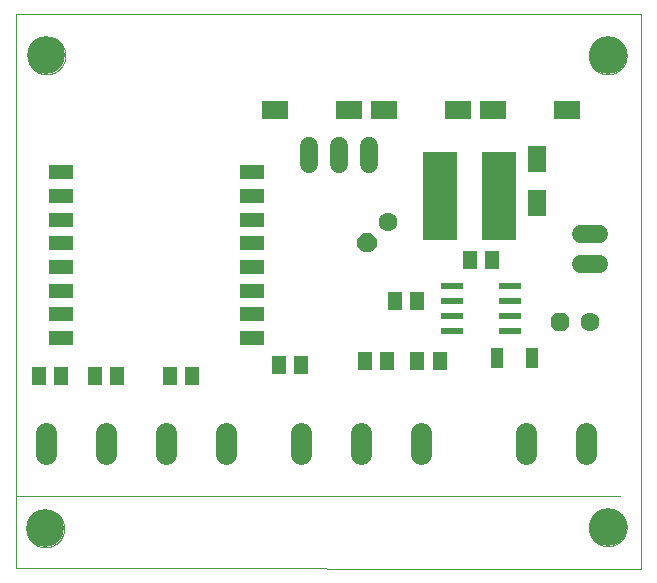
<source format=gts>
G75*
%MOIN*%
%OFA0B0*%
%FSLAX25Y25*%
%IPPOS*%
%LPD*%
%AMOC8*
5,1,8,0,0,1.08239X$1,22.5*
%
%ADD10C,0.00000*%
%ADD11C,0.12598*%
%ADD12C,0.01260*%
%ADD13C,0.06300*%
%ADD14R,0.05118X0.05906*%
%ADD15R,0.04400X0.07100*%
%ADD16R,0.09055X0.06299*%
%ADD17R,0.06400X0.08600*%
%ADD18R,0.07874X0.04724*%
%ADD19R,0.11800X0.29500*%
%ADD20C,0.07050*%
%ADD21R,0.07800X0.02200*%
%ADD22OC8,0.06300*%
%ADD23C,0.06000*%
D10*
X0052477Y0025103D02*
X0261020Y0024709D01*
X0261020Y0209788D01*
X0052477Y0209788D01*
X0052477Y0025103D01*
X0056060Y0038252D02*
X0056062Y0038410D01*
X0056068Y0038568D01*
X0056078Y0038726D01*
X0056092Y0038884D01*
X0056110Y0039041D01*
X0056131Y0039198D01*
X0056157Y0039354D01*
X0056187Y0039510D01*
X0056220Y0039665D01*
X0056258Y0039818D01*
X0056299Y0039971D01*
X0056344Y0040123D01*
X0056393Y0040274D01*
X0056446Y0040423D01*
X0056502Y0040571D01*
X0056562Y0040717D01*
X0056626Y0040862D01*
X0056694Y0041005D01*
X0056765Y0041147D01*
X0056839Y0041287D01*
X0056917Y0041424D01*
X0056999Y0041560D01*
X0057083Y0041694D01*
X0057172Y0041825D01*
X0057263Y0041954D01*
X0057358Y0042081D01*
X0057455Y0042206D01*
X0057556Y0042328D01*
X0057660Y0042447D01*
X0057767Y0042564D01*
X0057877Y0042678D01*
X0057990Y0042789D01*
X0058105Y0042898D01*
X0058223Y0043003D01*
X0058344Y0043105D01*
X0058467Y0043205D01*
X0058593Y0043301D01*
X0058721Y0043394D01*
X0058851Y0043484D01*
X0058984Y0043570D01*
X0059119Y0043654D01*
X0059255Y0043733D01*
X0059394Y0043810D01*
X0059535Y0043882D01*
X0059677Y0043952D01*
X0059821Y0044017D01*
X0059967Y0044079D01*
X0060114Y0044137D01*
X0060263Y0044192D01*
X0060413Y0044243D01*
X0060564Y0044290D01*
X0060716Y0044333D01*
X0060869Y0044372D01*
X0061024Y0044408D01*
X0061179Y0044439D01*
X0061335Y0044467D01*
X0061491Y0044491D01*
X0061648Y0044511D01*
X0061806Y0044527D01*
X0061963Y0044539D01*
X0062122Y0044547D01*
X0062280Y0044551D01*
X0062438Y0044551D01*
X0062596Y0044547D01*
X0062755Y0044539D01*
X0062912Y0044527D01*
X0063070Y0044511D01*
X0063227Y0044491D01*
X0063383Y0044467D01*
X0063539Y0044439D01*
X0063694Y0044408D01*
X0063849Y0044372D01*
X0064002Y0044333D01*
X0064154Y0044290D01*
X0064305Y0044243D01*
X0064455Y0044192D01*
X0064604Y0044137D01*
X0064751Y0044079D01*
X0064897Y0044017D01*
X0065041Y0043952D01*
X0065183Y0043882D01*
X0065324Y0043810D01*
X0065463Y0043733D01*
X0065599Y0043654D01*
X0065734Y0043570D01*
X0065867Y0043484D01*
X0065997Y0043394D01*
X0066125Y0043301D01*
X0066251Y0043205D01*
X0066374Y0043105D01*
X0066495Y0043003D01*
X0066613Y0042898D01*
X0066728Y0042789D01*
X0066841Y0042678D01*
X0066951Y0042564D01*
X0067058Y0042447D01*
X0067162Y0042328D01*
X0067263Y0042206D01*
X0067360Y0042081D01*
X0067455Y0041954D01*
X0067546Y0041825D01*
X0067635Y0041694D01*
X0067719Y0041560D01*
X0067801Y0041424D01*
X0067879Y0041287D01*
X0067953Y0041147D01*
X0068024Y0041005D01*
X0068092Y0040862D01*
X0068156Y0040717D01*
X0068216Y0040571D01*
X0068272Y0040423D01*
X0068325Y0040274D01*
X0068374Y0040123D01*
X0068419Y0039971D01*
X0068460Y0039818D01*
X0068498Y0039665D01*
X0068531Y0039510D01*
X0068561Y0039354D01*
X0068587Y0039198D01*
X0068608Y0039041D01*
X0068626Y0038884D01*
X0068640Y0038726D01*
X0068650Y0038568D01*
X0068656Y0038410D01*
X0068658Y0038252D01*
X0068656Y0038094D01*
X0068650Y0037936D01*
X0068640Y0037778D01*
X0068626Y0037620D01*
X0068608Y0037463D01*
X0068587Y0037306D01*
X0068561Y0037150D01*
X0068531Y0036994D01*
X0068498Y0036839D01*
X0068460Y0036686D01*
X0068419Y0036533D01*
X0068374Y0036381D01*
X0068325Y0036230D01*
X0068272Y0036081D01*
X0068216Y0035933D01*
X0068156Y0035787D01*
X0068092Y0035642D01*
X0068024Y0035499D01*
X0067953Y0035357D01*
X0067879Y0035217D01*
X0067801Y0035080D01*
X0067719Y0034944D01*
X0067635Y0034810D01*
X0067546Y0034679D01*
X0067455Y0034550D01*
X0067360Y0034423D01*
X0067263Y0034298D01*
X0067162Y0034176D01*
X0067058Y0034057D01*
X0066951Y0033940D01*
X0066841Y0033826D01*
X0066728Y0033715D01*
X0066613Y0033606D01*
X0066495Y0033501D01*
X0066374Y0033399D01*
X0066251Y0033299D01*
X0066125Y0033203D01*
X0065997Y0033110D01*
X0065867Y0033020D01*
X0065734Y0032934D01*
X0065599Y0032850D01*
X0065463Y0032771D01*
X0065324Y0032694D01*
X0065183Y0032622D01*
X0065041Y0032552D01*
X0064897Y0032487D01*
X0064751Y0032425D01*
X0064604Y0032367D01*
X0064455Y0032312D01*
X0064305Y0032261D01*
X0064154Y0032214D01*
X0064002Y0032171D01*
X0063849Y0032132D01*
X0063694Y0032096D01*
X0063539Y0032065D01*
X0063383Y0032037D01*
X0063227Y0032013D01*
X0063070Y0031993D01*
X0062912Y0031977D01*
X0062755Y0031965D01*
X0062596Y0031957D01*
X0062438Y0031953D01*
X0062280Y0031953D01*
X0062122Y0031957D01*
X0061963Y0031965D01*
X0061806Y0031977D01*
X0061648Y0031993D01*
X0061491Y0032013D01*
X0061335Y0032037D01*
X0061179Y0032065D01*
X0061024Y0032096D01*
X0060869Y0032132D01*
X0060716Y0032171D01*
X0060564Y0032214D01*
X0060413Y0032261D01*
X0060263Y0032312D01*
X0060114Y0032367D01*
X0059967Y0032425D01*
X0059821Y0032487D01*
X0059677Y0032552D01*
X0059535Y0032622D01*
X0059394Y0032694D01*
X0059255Y0032771D01*
X0059119Y0032850D01*
X0058984Y0032934D01*
X0058851Y0033020D01*
X0058721Y0033110D01*
X0058593Y0033203D01*
X0058467Y0033299D01*
X0058344Y0033399D01*
X0058223Y0033501D01*
X0058105Y0033606D01*
X0057990Y0033715D01*
X0057877Y0033826D01*
X0057767Y0033940D01*
X0057660Y0034057D01*
X0057556Y0034176D01*
X0057455Y0034298D01*
X0057358Y0034423D01*
X0057263Y0034550D01*
X0057172Y0034679D01*
X0057083Y0034810D01*
X0056999Y0034944D01*
X0056917Y0035080D01*
X0056839Y0035217D01*
X0056765Y0035357D01*
X0056694Y0035499D01*
X0056626Y0035642D01*
X0056562Y0035787D01*
X0056502Y0035933D01*
X0056446Y0036081D01*
X0056393Y0036230D01*
X0056344Y0036381D01*
X0056299Y0036533D01*
X0056258Y0036686D01*
X0056220Y0036839D01*
X0056187Y0036994D01*
X0056157Y0037150D01*
X0056131Y0037306D01*
X0056110Y0037463D01*
X0056092Y0037620D01*
X0056078Y0037778D01*
X0056068Y0037936D01*
X0056062Y0038094D01*
X0056060Y0038252D01*
X0052595Y0048951D02*
X0253796Y0048951D01*
X0243540Y0038646D02*
X0243542Y0038804D01*
X0243548Y0038962D01*
X0243558Y0039120D01*
X0243572Y0039278D01*
X0243590Y0039435D01*
X0243611Y0039592D01*
X0243637Y0039748D01*
X0243667Y0039904D01*
X0243700Y0040059D01*
X0243738Y0040212D01*
X0243779Y0040365D01*
X0243824Y0040517D01*
X0243873Y0040668D01*
X0243926Y0040817D01*
X0243982Y0040965D01*
X0244042Y0041111D01*
X0244106Y0041256D01*
X0244174Y0041399D01*
X0244245Y0041541D01*
X0244319Y0041681D01*
X0244397Y0041818D01*
X0244479Y0041954D01*
X0244563Y0042088D01*
X0244652Y0042219D01*
X0244743Y0042348D01*
X0244838Y0042475D01*
X0244935Y0042600D01*
X0245036Y0042722D01*
X0245140Y0042841D01*
X0245247Y0042958D01*
X0245357Y0043072D01*
X0245470Y0043183D01*
X0245585Y0043292D01*
X0245703Y0043397D01*
X0245824Y0043499D01*
X0245947Y0043599D01*
X0246073Y0043695D01*
X0246201Y0043788D01*
X0246331Y0043878D01*
X0246464Y0043964D01*
X0246599Y0044048D01*
X0246735Y0044127D01*
X0246874Y0044204D01*
X0247015Y0044276D01*
X0247157Y0044346D01*
X0247301Y0044411D01*
X0247447Y0044473D01*
X0247594Y0044531D01*
X0247743Y0044586D01*
X0247893Y0044637D01*
X0248044Y0044684D01*
X0248196Y0044727D01*
X0248349Y0044766D01*
X0248504Y0044802D01*
X0248659Y0044833D01*
X0248815Y0044861D01*
X0248971Y0044885D01*
X0249128Y0044905D01*
X0249286Y0044921D01*
X0249443Y0044933D01*
X0249602Y0044941D01*
X0249760Y0044945D01*
X0249918Y0044945D01*
X0250076Y0044941D01*
X0250235Y0044933D01*
X0250392Y0044921D01*
X0250550Y0044905D01*
X0250707Y0044885D01*
X0250863Y0044861D01*
X0251019Y0044833D01*
X0251174Y0044802D01*
X0251329Y0044766D01*
X0251482Y0044727D01*
X0251634Y0044684D01*
X0251785Y0044637D01*
X0251935Y0044586D01*
X0252084Y0044531D01*
X0252231Y0044473D01*
X0252377Y0044411D01*
X0252521Y0044346D01*
X0252663Y0044276D01*
X0252804Y0044204D01*
X0252943Y0044127D01*
X0253079Y0044048D01*
X0253214Y0043964D01*
X0253347Y0043878D01*
X0253477Y0043788D01*
X0253605Y0043695D01*
X0253731Y0043599D01*
X0253854Y0043499D01*
X0253975Y0043397D01*
X0254093Y0043292D01*
X0254208Y0043183D01*
X0254321Y0043072D01*
X0254431Y0042958D01*
X0254538Y0042841D01*
X0254642Y0042722D01*
X0254743Y0042600D01*
X0254840Y0042475D01*
X0254935Y0042348D01*
X0255026Y0042219D01*
X0255115Y0042088D01*
X0255199Y0041954D01*
X0255281Y0041818D01*
X0255359Y0041681D01*
X0255433Y0041541D01*
X0255504Y0041399D01*
X0255572Y0041256D01*
X0255636Y0041111D01*
X0255696Y0040965D01*
X0255752Y0040817D01*
X0255805Y0040668D01*
X0255854Y0040517D01*
X0255899Y0040365D01*
X0255940Y0040212D01*
X0255978Y0040059D01*
X0256011Y0039904D01*
X0256041Y0039748D01*
X0256067Y0039592D01*
X0256088Y0039435D01*
X0256106Y0039278D01*
X0256120Y0039120D01*
X0256130Y0038962D01*
X0256136Y0038804D01*
X0256138Y0038646D01*
X0256136Y0038488D01*
X0256130Y0038330D01*
X0256120Y0038172D01*
X0256106Y0038014D01*
X0256088Y0037857D01*
X0256067Y0037700D01*
X0256041Y0037544D01*
X0256011Y0037388D01*
X0255978Y0037233D01*
X0255940Y0037080D01*
X0255899Y0036927D01*
X0255854Y0036775D01*
X0255805Y0036624D01*
X0255752Y0036475D01*
X0255696Y0036327D01*
X0255636Y0036181D01*
X0255572Y0036036D01*
X0255504Y0035893D01*
X0255433Y0035751D01*
X0255359Y0035611D01*
X0255281Y0035474D01*
X0255199Y0035338D01*
X0255115Y0035204D01*
X0255026Y0035073D01*
X0254935Y0034944D01*
X0254840Y0034817D01*
X0254743Y0034692D01*
X0254642Y0034570D01*
X0254538Y0034451D01*
X0254431Y0034334D01*
X0254321Y0034220D01*
X0254208Y0034109D01*
X0254093Y0034000D01*
X0253975Y0033895D01*
X0253854Y0033793D01*
X0253731Y0033693D01*
X0253605Y0033597D01*
X0253477Y0033504D01*
X0253347Y0033414D01*
X0253214Y0033328D01*
X0253079Y0033244D01*
X0252943Y0033165D01*
X0252804Y0033088D01*
X0252663Y0033016D01*
X0252521Y0032946D01*
X0252377Y0032881D01*
X0252231Y0032819D01*
X0252084Y0032761D01*
X0251935Y0032706D01*
X0251785Y0032655D01*
X0251634Y0032608D01*
X0251482Y0032565D01*
X0251329Y0032526D01*
X0251174Y0032490D01*
X0251019Y0032459D01*
X0250863Y0032431D01*
X0250707Y0032407D01*
X0250550Y0032387D01*
X0250392Y0032371D01*
X0250235Y0032359D01*
X0250076Y0032351D01*
X0249918Y0032347D01*
X0249760Y0032347D01*
X0249602Y0032351D01*
X0249443Y0032359D01*
X0249286Y0032371D01*
X0249128Y0032387D01*
X0248971Y0032407D01*
X0248815Y0032431D01*
X0248659Y0032459D01*
X0248504Y0032490D01*
X0248349Y0032526D01*
X0248196Y0032565D01*
X0248044Y0032608D01*
X0247893Y0032655D01*
X0247743Y0032706D01*
X0247594Y0032761D01*
X0247447Y0032819D01*
X0247301Y0032881D01*
X0247157Y0032946D01*
X0247015Y0033016D01*
X0246874Y0033088D01*
X0246735Y0033165D01*
X0246599Y0033244D01*
X0246464Y0033328D01*
X0246331Y0033414D01*
X0246201Y0033504D01*
X0246073Y0033597D01*
X0245947Y0033693D01*
X0245824Y0033793D01*
X0245703Y0033895D01*
X0245585Y0034000D01*
X0245470Y0034109D01*
X0245357Y0034220D01*
X0245247Y0034334D01*
X0245140Y0034451D01*
X0245036Y0034570D01*
X0244935Y0034692D01*
X0244838Y0034817D01*
X0244743Y0034944D01*
X0244652Y0035073D01*
X0244563Y0035204D01*
X0244479Y0035338D01*
X0244397Y0035474D01*
X0244319Y0035611D01*
X0244245Y0035751D01*
X0244174Y0035893D01*
X0244106Y0036036D01*
X0244042Y0036181D01*
X0243982Y0036327D01*
X0243926Y0036475D01*
X0243873Y0036624D01*
X0243824Y0036775D01*
X0243779Y0036927D01*
X0243738Y0037080D01*
X0243700Y0037233D01*
X0243667Y0037388D01*
X0243637Y0037544D01*
X0243611Y0037700D01*
X0243590Y0037857D01*
X0243572Y0038014D01*
X0243558Y0038172D01*
X0243548Y0038330D01*
X0243542Y0038488D01*
X0243540Y0038646D01*
X0243540Y0195929D02*
X0243542Y0196087D01*
X0243548Y0196245D01*
X0243558Y0196403D01*
X0243572Y0196561D01*
X0243590Y0196718D01*
X0243611Y0196875D01*
X0243637Y0197031D01*
X0243667Y0197187D01*
X0243700Y0197342D01*
X0243738Y0197495D01*
X0243779Y0197648D01*
X0243824Y0197800D01*
X0243873Y0197951D01*
X0243926Y0198100D01*
X0243982Y0198248D01*
X0244042Y0198394D01*
X0244106Y0198539D01*
X0244174Y0198682D01*
X0244245Y0198824D01*
X0244319Y0198964D01*
X0244397Y0199101D01*
X0244479Y0199237D01*
X0244563Y0199371D01*
X0244652Y0199502D01*
X0244743Y0199631D01*
X0244838Y0199758D01*
X0244935Y0199883D01*
X0245036Y0200005D01*
X0245140Y0200124D01*
X0245247Y0200241D01*
X0245357Y0200355D01*
X0245470Y0200466D01*
X0245585Y0200575D01*
X0245703Y0200680D01*
X0245824Y0200782D01*
X0245947Y0200882D01*
X0246073Y0200978D01*
X0246201Y0201071D01*
X0246331Y0201161D01*
X0246464Y0201247D01*
X0246599Y0201331D01*
X0246735Y0201410D01*
X0246874Y0201487D01*
X0247015Y0201559D01*
X0247157Y0201629D01*
X0247301Y0201694D01*
X0247447Y0201756D01*
X0247594Y0201814D01*
X0247743Y0201869D01*
X0247893Y0201920D01*
X0248044Y0201967D01*
X0248196Y0202010D01*
X0248349Y0202049D01*
X0248504Y0202085D01*
X0248659Y0202116D01*
X0248815Y0202144D01*
X0248971Y0202168D01*
X0249128Y0202188D01*
X0249286Y0202204D01*
X0249443Y0202216D01*
X0249602Y0202224D01*
X0249760Y0202228D01*
X0249918Y0202228D01*
X0250076Y0202224D01*
X0250235Y0202216D01*
X0250392Y0202204D01*
X0250550Y0202188D01*
X0250707Y0202168D01*
X0250863Y0202144D01*
X0251019Y0202116D01*
X0251174Y0202085D01*
X0251329Y0202049D01*
X0251482Y0202010D01*
X0251634Y0201967D01*
X0251785Y0201920D01*
X0251935Y0201869D01*
X0252084Y0201814D01*
X0252231Y0201756D01*
X0252377Y0201694D01*
X0252521Y0201629D01*
X0252663Y0201559D01*
X0252804Y0201487D01*
X0252943Y0201410D01*
X0253079Y0201331D01*
X0253214Y0201247D01*
X0253347Y0201161D01*
X0253477Y0201071D01*
X0253605Y0200978D01*
X0253731Y0200882D01*
X0253854Y0200782D01*
X0253975Y0200680D01*
X0254093Y0200575D01*
X0254208Y0200466D01*
X0254321Y0200355D01*
X0254431Y0200241D01*
X0254538Y0200124D01*
X0254642Y0200005D01*
X0254743Y0199883D01*
X0254840Y0199758D01*
X0254935Y0199631D01*
X0255026Y0199502D01*
X0255115Y0199371D01*
X0255199Y0199237D01*
X0255281Y0199101D01*
X0255359Y0198964D01*
X0255433Y0198824D01*
X0255504Y0198682D01*
X0255572Y0198539D01*
X0255636Y0198394D01*
X0255696Y0198248D01*
X0255752Y0198100D01*
X0255805Y0197951D01*
X0255854Y0197800D01*
X0255899Y0197648D01*
X0255940Y0197495D01*
X0255978Y0197342D01*
X0256011Y0197187D01*
X0256041Y0197031D01*
X0256067Y0196875D01*
X0256088Y0196718D01*
X0256106Y0196561D01*
X0256120Y0196403D01*
X0256130Y0196245D01*
X0256136Y0196087D01*
X0256138Y0195929D01*
X0256136Y0195771D01*
X0256130Y0195613D01*
X0256120Y0195455D01*
X0256106Y0195297D01*
X0256088Y0195140D01*
X0256067Y0194983D01*
X0256041Y0194827D01*
X0256011Y0194671D01*
X0255978Y0194516D01*
X0255940Y0194363D01*
X0255899Y0194210D01*
X0255854Y0194058D01*
X0255805Y0193907D01*
X0255752Y0193758D01*
X0255696Y0193610D01*
X0255636Y0193464D01*
X0255572Y0193319D01*
X0255504Y0193176D01*
X0255433Y0193034D01*
X0255359Y0192894D01*
X0255281Y0192757D01*
X0255199Y0192621D01*
X0255115Y0192487D01*
X0255026Y0192356D01*
X0254935Y0192227D01*
X0254840Y0192100D01*
X0254743Y0191975D01*
X0254642Y0191853D01*
X0254538Y0191734D01*
X0254431Y0191617D01*
X0254321Y0191503D01*
X0254208Y0191392D01*
X0254093Y0191283D01*
X0253975Y0191178D01*
X0253854Y0191076D01*
X0253731Y0190976D01*
X0253605Y0190880D01*
X0253477Y0190787D01*
X0253347Y0190697D01*
X0253214Y0190611D01*
X0253079Y0190527D01*
X0252943Y0190448D01*
X0252804Y0190371D01*
X0252663Y0190299D01*
X0252521Y0190229D01*
X0252377Y0190164D01*
X0252231Y0190102D01*
X0252084Y0190044D01*
X0251935Y0189989D01*
X0251785Y0189938D01*
X0251634Y0189891D01*
X0251482Y0189848D01*
X0251329Y0189809D01*
X0251174Y0189773D01*
X0251019Y0189742D01*
X0250863Y0189714D01*
X0250707Y0189690D01*
X0250550Y0189670D01*
X0250392Y0189654D01*
X0250235Y0189642D01*
X0250076Y0189634D01*
X0249918Y0189630D01*
X0249760Y0189630D01*
X0249602Y0189634D01*
X0249443Y0189642D01*
X0249286Y0189654D01*
X0249128Y0189670D01*
X0248971Y0189690D01*
X0248815Y0189714D01*
X0248659Y0189742D01*
X0248504Y0189773D01*
X0248349Y0189809D01*
X0248196Y0189848D01*
X0248044Y0189891D01*
X0247893Y0189938D01*
X0247743Y0189989D01*
X0247594Y0190044D01*
X0247447Y0190102D01*
X0247301Y0190164D01*
X0247157Y0190229D01*
X0247015Y0190299D01*
X0246874Y0190371D01*
X0246735Y0190448D01*
X0246599Y0190527D01*
X0246464Y0190611D01*
X0246331Y0190697D01*
X0246201Y0190787D01*
X0246073Y0190880D01*
X0245947Y0190976D01*
X0245824Y0191076D01*
X0245703Y0191178D01*
X0245585Y0191283D01*
X0245470Y0191392D01*
X0245357Y0191503D01*
X0245247Y0191617D01*
X0245140Y0191734D01*
X0245036Y0191853D01*
X0244935Y0191975D01*
X0244838Y0192100D01*
X0244743Y0192227D01*
X0244652Y0192356D01*
X0244563Y0192487D01*
X0244479Y0192621D01*
X0244397Y0192757D01*
X0244319Y0192894D01*
X0244245Y0193034D01*
X0244174Y0193176D01*
X0244106Y0193319D01*
X0244042Y0193464D01*
X0243982Y0193610D01*
X0243926Y0193758D01*
X0243873Y0193907D01*
X0243824Y0194058D01*
X0243779Y0194210D01*
X0243738Y0194363D01*
X0243700Y0194516D01*
X0243667Y0194671D01*
X0243637Y0194827D01*
X0243611Y0194983D01*
X0243590Y0195140D01*
X0243572Y0195297D01*
X0243558Y0195455D01*
X0243548Y0195613D01*
X0243542Y0195771D01*
X0243540Y0195929D01*
X0056454Y0195929D02*
X0056456Y0196087D01*
X0056462Y0196245D01*
X0056472Y0196403D01*
X0056486Y0196561D01*
X0056504Y0196718D01*
X0056525Y0196875D01*
X0056551Y0197031D01*
X0056581Y0197187D01*
X0056614Y0197342D01*
X0056652Y0197495D01*
X0056693Y0197648D01*
X0056738Y0197800D01*
X0056787Y0197951D01*
X0056840Y0198100D01*
X0056896Y0198248D01*
X0056956Y0198394D01*
X0057020Y0198539D01*
X0057088Y0198682D01*
X0057159Y0198824D01*
X0057233Y0198964D01*
X0057311Y0199101D01*
X0057393Y0199237D01*
X0057477Y0199371D01*
X0057566Y0199502D01*
X0057657Y0199631D01*
X0057752Y0199758D01*
X0057849Y0199883D01*
X0057950Y0200005D01*
X0058054Y0200124D01*
X0058161Y0200241D01*
X0058271Y0200355D01*
X0058384Y0200466D01*
X0058499Y0200575D01*
X0058617Y0200680D01*
X0058738Y0200782D01*
X0058861Y0200882D01*
X0058987Y0200978D01*
X0059115Y0201071D01*
X0059245Y0201161D01*
X0059378Y0201247D01*
X0059513Y0201331D01*
X0059649Y0201410D01*
X0059788Y0201487D01*
X0059929Y0201559D01*
X0060071Y0201629D01*
X0060215Y0201694D01*
X0060361Y0201756D01*
X0060508Y0201814D01*
X0060657Y0201869D01*
X0060807Y0201920D01*
X0060958Y0201967D01*
X0061110Y0202010D01*
X0061263Y0202049D01*
X0061418Y0202085D01*
X0061573Y0202116D01*
X0061729Y0202144D01*
X0061885Y0202168D01*
X0062042Y0202188D01*
X0062200Y0202204D01*
X0062357Y0202216D01*
X0062516Y0202224D01*
X0062674Y0202228D01*
X0062832Y0202228D01*
X0062990Y0202224D01*
X0063149Y0202216D01*
X0063306Y0202204D01*
X0063464Y0202188D01*
X0063621Y0202168D01*
X0063777Y0202144D01*
X0063933Y0202116D01*
X0064088Y0202085D01*
X0064243Y0202049D01*
X0064396Y0202010D01*
X0064548Y0201967D01*
X0064699Y0201920D01*
X0064849Y0201869D01*
X0064998Y0201814D01*
X0065145Y0201756D01*
X0065291Y0201694D01*
X0065435Y0201629D01*
X0065577Y0201559D01*
X0065718Y0201487D01*
X0065857Y0201410D01*
X0065993Y0201331D01*
X0066128Y0201247D01*
X0066261Y0201161D01*
X0066391Y0201071D01*
X0066519Y0200978D01*
X0066645Y0200882D01*
X0066768Y0200782D01*
X0066889Y0200680D01*
X0067007Y0200575D01*
X0067122Y0200466D01*
X0067235Y0200355D01*
X0067345Y0200241D01*
X0067452Y0200124D01*
X0067556Y0200005D01*
X0067657Y0199883D01*
X0067754Y0199758D01*
X0067849Y0199631D01*
X0067940Y0199502D01*
X0068029Y0199371D01*
X0068113Y0199237D01*
X0068195Y0199101D01*
X0068273Y0198964D01*
X0068347Y0198824D01*
X0068418Y0198682D01*
X0068486Y0198539D01*
X0068550Y0198394D01*
X0068610Y0198248D01*
X0068666Y0198100D01*
X0068719Y0197951D01*
X0068768Y0197800D01*
X0068813Y0197648D01*
X0068854Y0197495D01*
X0068892Y0197342D01*
X0068925Y0197187D01*
X0068955Y0197031D01*
X0068981Y0196875D01*
X0069002Y0196718D01*
X0069020Y0196561D01*
X0069034Y0196403D01*
X0069044Y0196245D01*
X0069050Y0196087D01*
X0069052Y0195929D01*
X0069050Y0195771D01*
X0069044Y0195613D01*
X0069034Y0195455D01*
X0069020Y0195297D01*
X0069002Y0195140D01*
X0068981Y0194983D01*
X0068955Y0194827D01*
X0068925Y0194671D01*
X0068892Y0194516D01*
X0068854Y0194363D01*
X0068813Y0194210D01*
X0068768Y0194058D01*
X0068719Y0193907D01*
X0068666Y0193758D01*
X0068610Y0193610D01*
X0068550Y0193464D01*
X0068486Y0193319D01*
X0068418Y0193176D01*
X0068347Y0193034D01*
X0068273Y0192894D01*
X0068195Y0192757D01*
X0068113Y0192621D01*
X0068029Y0192487D01*
X0067940Y0192356D01*
X0067849Y0192227D01*
X0067754Y0192100D01*
X0067657Y0191975D01*
X0067556Y0191853D01*
X0067452Y0191734D01*
X0067345Y0191617D01*
X0067235Y0191503D01*
X0067122Y0191392D01*
X0067007Y0191283D01*
X0066889Y0191178D01*
X0066768Y0191076D01*
X0066645Y0190976D01*
X0066519Y0190880D01*
X0066391Y0190787D01*
X0066261Y0190697D01*
X0066128Y0190611D01*
X0065993Y0190527D01*
X0065857Y0190448D01*
X0065718Y0190371D01*
X0065577Y0190299D01*
X0065435Y0190229D01*
X0065291Y0190164D01*
X0065145Y0190102D01*
X0064998Y0190044D01*
X0064849Y0189989D01*
X0064699Y0189938D01*
X0064548Y0189891D01*
X0064396Y0189848D01*
X0064243Y0189809D01*
X0064088Y0189773D01*
X0063933Y0189742D01*
X0063777Y0189714D01*
X0063621Y0189690D01*
X0063464Y0189670D01*
X0063306Y0189654D01*
X0063149Y0189642D01*
X0062990Y0189634D01*
X0062832Y0189630D01*
X0062674Y0189630D01*
X0062516Y0189634D01*
X0062357Y0189642D01*
X0062200Y0189654D01*
X0062042Y0189670D01*
X0061885Y0189690D01*
X0061729Y0189714D01*
X0061573Y0189742D01*
X0061418Y0189773D01*
X0061263Y0189809D01*
X0061110Y0189848D01*
X0060958Y0189891D01*
X0060807Y0189938D01*
X0060657Y0189989D01*
X0060508Y0190044D01*
X0060361Y0190102D01*
X0060215Y0190164D01*
X0060071Y0190229D01*
X0059929Y0190299D01*
X0059788Y0190371D01*
X0059649Y0190448D01*
X0059513Y0190527D01*
X0059378Y0190611D01*
X0059245Y0190697D01*
X0059115Y0190787D01*
X0058987Y0190880D01*
X0058861Y0190976D01*
X0058738Y0191076D01*
X0058617Y0191178D01*
X0058499Y0191283D01*
X0058384Y0191392D01*
X0058271Y0191503D01*
X0058161Y0191617D01*
X0058054Y0191734D01*
X0057950Y0191853D01*
X0057849Y0191975D01*
X0057752Y0192100D01*
X0057657Y0192227D01*
X0057566Y0192356D01*
X0057477Y0192487D01*
X0057393Y0192621D01*
X0057311Y0192757D01*
X0057233Y0192894D01*
X0057159Y0193034D01*
X0057088Y0193176D01*
X0057020Y0193319D01*
X0056956Y0193464D01*
X0056896Y0193610D01*
X0056840Y0193758D01*
X0056787Y0193907D01*
X0056738Y0194058D01*
X0056693Y0194210D01*
X0056652Y0194363D01*
X0056614Y0194516D01*
X0056581Y0194671D01*
X0056551Y0194827D01*
X0056525Y0194983D01*
X0056504Y0195140D01*
X0056486Y0195297D01*
X0056472Y0195455D01*
X0056462Y0195613D01*
X0056456Y0195771D01*
X0056454Y0195929D01*
D11*
X0062753Y0195929D03*
X0249839Y0195929D03*
X0249839Y0038646D03*
X0062359Y0038252D03*
D12*
X0167688Y0133019D02*
X0167058Y0132389D01*
X0167058Y0134477D01*
X0168533Y0135952D01*
X0170621Y0135952D01*
X0172096Y0134477D01*
X0172096Y0132389D01*
X0170621Y0130914D01*
X0168533Y0130914D01*
X0167058Y0132389D01*
X0168003Y0132781D01*
X0168003Y0134085D01*
X0168925Y0135007D01*
X0170229Y0135007D01*
X0171151Y0134085D01*
X0171151Y0132781D01*
X0170229Y0131859D01*
X0168925Y0131859D01*
X0168003Y0132781D01*
X0168948Y0133172D01*
X0168948Y0133694D01*
X0169316Y0134062D01*
X0169838Y0134062D01*
X0170206Y0133694D01*
X0170206Y0133172D01*
X0169838Y0132804D01*
X0169316Y0132804D01*
X0168948Y0133172D01*
D13*
X0176648Y0140504D03*
X0244060Y0107183D03*
D14*
X0211335Y0127701D03*
X0203855Y0127701D03*
X0186335Y0113951D03*
X0178855Y0113951D03*
X0176335Y0093951D03*
X0168855Y0093951D03*
X0186355Y0093951D03*
X0193835Y0093951D03*
X0147585Y0092701D03*
X0140105Y0092701D03*
X0111335Y0088951D03*
X0103855Y0088951D03*
X0086335Y0088951D03*
X0078855Y0088951D03*
X0067585Y0088951D03*
X0060105Y0088951D03*
D15*
X0212945Y0095201D03*
X0224745Y0095201D03*
D16*
X0236247Y0177701D03*
X0211444Y0177701D03*
X0199997Y0177701D03*
X0175194Y0177701D03*
X0163747Y0177701D03*
X0138944Y0177701D03*
D17*
X0226345Y0161251D03*
X0226345Y0146651D03*
D18*
X0131375Y0149069D03*
X0131375Y0141195D03*
X0131375Y0133321D03*
X0131375Y0125447D03*
X0131375Y0117573D03*
X0131375Y0109699D03*
X0131375Y0101825D03*
X0067595Y0101825D03*
X0067595Y0109699D03*
X0067595Y0117573D03*
X0067595Y0125447D03*
X0067595Y0133321D03*
X0067595Y0141195D03*
X0067595Y0149069D03*
X0067595Y0156943D03*
X0131375Y0156943D03*
D19*
X0193995Y0148951D03*
X0213695Y0148951D03*
D20*
X0222595Y0069976D02*
X0222595Y0062926D01*
X0242595Y0062926D02*
X0242595Y0069976D01*
X0187595Y0069976D02*
X0187595Y0062926D01*
X0167595Y0062926D02*
X0167595Y0069976D01*
X0147595Y0069976D02*
X0147595Y0062926D01*
X0122595Y0062926D02*
X0122595Y0069976D01*
X0102595Y0069976D02*
X0102595Y0062926D01*
X0082595Y0062926D02*
X0082595Y0069976D01*
X0062595Y0069976D02*
X0062595Y0062926D01*
D21*
X0197895Y0103951D03*
X0197895Y0108951D03*
X0197895Y0113951D03*
X0197895Y0118951D03*
X0217295Y0118951D03*
X0217295Y0113951D03*
X0217295Y0108951D03*
X0217295Y0103951D03*
D22*
X0234060Y0107183D03*
D23*
X0240845Y0126451D02*
X0246845Y0126451D01*
X0246845Y0136451D02*
X0240845Y0136451D01*
X0170095Y0159701D02*
X0170095Y0165701D01*
X0160095Y0165701D02*
X0160095Y0159701D01*
X0150095Y0159701D02*
X0150095Y0165701D01*
M02*

</source>
